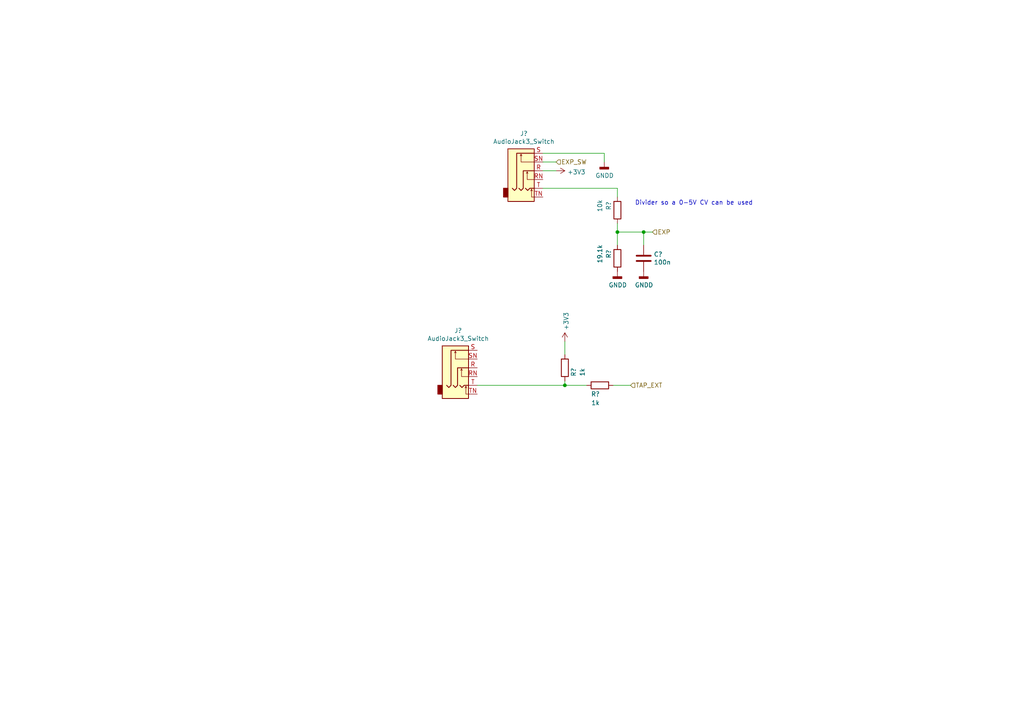
<source format=kicad_sch>
(kicad_sch (version 20231120) (generator "eeschema") (generator_version "8.0")
  (paper "A4")
  (lib_symbols
    (symbol "Device:C" (pin_numbers hide) (pin_names (offset 0.254))
      (property "Reference" "C" (at 0.635 2.54 0))
      (property "Value" "C" (at 0.635 -2.54 0))
      (symbol "C_0_1"
        (polyline (pts (xy -2.032 -0.762) (xy 2.032 -0.762)) (stroke (width 0.508)))
        (polyline (pts (xy -2.032 0.762) (xy 2.032 0.762)) (stroke (width 0.508)))
      )
      (symbol "C_1_1"
        (pin passive line (at 0 3.81 270) (length 2.794) (name "~") (number "1"))
        (pin passive line (at 0 -3.81 90) (length 2.794) (name "~") (number "2"))
      )
    )
    (symbol "Device:R" (pin_numbers hide) (pin_names (offset 0))
      (property "Reference" "R" (at 2.032 0 90))
      (property "Value" "R" (at 0 0 90))
      (symbol "R_0_1"
        (rectangle (start -1.016 -2.54) (end 1.016 2.54) (stroke (width 0.254)))
      )
      (symbol "R_1_1"
        (pin passive line (at 0 3.81 270) (length 1.27) (name "~") (number "1"))
        (pin passive line (at 0 -3.81 90) (length 1.27) (name "~") (number "2"))
      )
    )
    (symbol "Digital Board Rev 2-rescue:+3.3V-power" (power) (pin_names (offset 0))
      (property "Value" "power_+3.3V" (at 0 3.556 0))
      (symbol "+3.3V-power_0_1"
        (polyline (pts (xy -0.762 1.27) (xy 0 2.54)))
        (polyline (pts (xy 0 0) (xy 0 2.54)))
        (polyline (pts (xy 0 2.54) (xy 0.762 1.27)))
      )
      (symbol "+3.3V-power_1_1"
        (pin power_in line (at 0 0 90) (length 0) hide (name "+3V3") (number "1"))
      )
    )
    (symbol "Digital Board Rev 2-rescue:AudioJack3_Switch-Connector"
      (property "Reference" "J" (at 0 11.43 0))
      (property "Value" "Connector_AudioJack3_Switch" (at 0 8.89 0))
      (symbol "AudioJack3_Switch-Connector_0_1"
        (rectangle (start -5.08 -5.08) (end -6.35 -7.62) (stroke (width 0.254)) (fill (type outline)))
        (polyline (pts (xy -1.27 4.826) (xy -1.016 4.318)))
        (polyline (pts (xy 0.508 -0.254) (xy 0.762 -0.762)))
        (polyline (pts (xy 1.778 -5.334) (xy 2.032 -5.842)))
        (polyline (pts (xy 0 -5.08) (xy 0.635 -5.715) (xy 1.27 -5.08) (xy 2.54 -5.08)) (stroke (width 0.254)))
        (polyline (pts (xy 2.54 -7.62) (xy 1.778 -7.62) (xy 1.778 -5.334) (xy 1.524 -5.842)))
        (polyline (pts (xy 2.54 -2.54) (xy 0.508 -2.54) (xy 0.508 -0.254) (xy 0.254 -0.762)))
        (polyline (pts (xy 2.54 2.54) (xy -1.27 2.54) (xy -1.27 4.826) (xy -1.524 4.318)))
        (polyline (pts (xy -1.905 -5.08) (xy -1.27 -5.715) (xy -0.635 -5.08) (xy -0.635 0) (xy 2.54 0)) (stroke (width 0.254)))
        (polyline (pts (xy 2.54 5.08) (xy -2.54 5.08) (xy -2.54 -5.08) (xy -3.175 -5.715) (xy -3.81 -5.08)) (stroke (width 0.254)))
        (rectangle (start 2.54 6.35) (end -5.08 -8.89) (stroke (width 0.254)) (fill (type background)))
      )
      (symbol "AudioJack3_Switch-Connector_1_1"
        (pin passive line (at 5.08 0 180) (length 2.54) (name "~") (number "R"))
        (pin passive line (at 5.08 -2.54 180) (length 2.54) (name "~") (number "RN"))
        (pin passive line (at 5.08 5.08 180) (length 2.54) (name "~") (number "S"))
        (pin passive line (at 5.08 2.54 180) (length 2.54) (name "~") (number "SN"))
        (pin passive line (at 5.08 -5.08 180) (length 2.54) (name "~") (number "T"))
        (pin passive line (at 5.08 -7.62 180) (length 2.54) (name "~") (number "TN"))
      )
    )
    (symbol "Digital Board Rev 2-rescue:GNDD-power" (power) (pin_names (offset 0))
      (property "Value" "power_GNDD" (at 0 -3.175 0))
      (symbol "GNDD-power_0_1"
        (rectangle (start -1.27 -1.524) (end 1.27 -2.032) (stroke (width 0.254)) (fill (type outline)))
        (polyline (pts (xy 0 0) (xy 0 -1.524)))
      )
      (symbol "GNDD-power_1_1"
        (pin power_in line (at 0 0 270) (length 0) hide (name "GNDD") (number "1"))
      )
    )
  )
  (junction (at 186.69 67.31))
  (junction (at 163.83 111.76))
  (junction (at 179.07 67.31))
  (wire (pts (xy 186.69 67.31) (xy 179.07 67.31)))
  (wire (pts (xy 189.23 67.31) (xy 186.69 67.31)))
  (wire (pts (xy 175.26 46.99) (xy 175.26 44.45)))
  (wire (pts (xy 157.48 54.61) (xy 179.07 54.61)))
  (wire (pts (xy 186.69 71.12) (xy 186.69 67.31)))
  (wire (pts (xy 163.83 99.06) (xy 163.83 102.87)))
  (wire (pts (xy 177.8 111.76) (xy 182.88 111.76)))
  (wire (pts (xy 163.83 110.49) (xy 163.83 111.76)))
  (wire (pts (xy 179.07 71.12) (xy 179.07 67.31)))
  (wire (pts (xy 163.83 111.76) (xy 138.43 111.76)))
  (wire (pts (xy 157.48 49.53) (xy 161.29 49.53)))
  (wire (pts (xy 157.48 46.99) (xy 161.29 46.99)))
  (wire (pts (xy 170.18 111.76) (xy 163.83 111.76)))
  (wire (pts (xy 179.07 67.31) (xy 179.07 64.77)))
  (wire (pts (xy 157.48 44.45) (xy 175.26 44.45)))
  (wire (pts (xy 179.07 54.61) (xy 179.07 57.15)))
  (text "Divider so a 0-5V CV can be used" (at 184.15 59.69 0) (effects (font (size 1.27 1.27)) (justify left bottom)))
  (hierarchical_label "EXP" (shape input) (at 189.23 67.31 0))
  (hierarchical_label "EXP_SW" (shape input) (at 161.29 46.99 0))
  (hierarchical_label "TAP_EXT" (shape input) (at 182.88 111.76 0))
  (symbol (lib_id "Digital Board Rev 2-rescue:AudioJack3_Switch-Connector") (at 152.4 49.53 0) (unit 1)
    (property "Reference" "J?" (at 151.9428 38.735 0))
    (property "Value" "AudioJack3_Switch" (at 151.9428 41.0464 0))
    (property "Footprint" "Pinebox:Jack_0.25in_TRS_Switched" (effects (hide yes)))
    (instances (project "" (path "" (reference "J?") (unit 1)) (path "" (reference "J?") (unit 1)) (path "" (reference "J9") (unit 1))))
  )
  (symbol (lib_id "Digital Board Rev 2-rescue:AudioJack3_Switch-Connector") (at 133.35 106.68 0) (unit 1)
    (property "Reference" "J?" (at 132.8928 95.885 0))
    (property "Value" "AudioJack3_Switch" (at 132.8928 98.1964 0))
    (property "Footprint" "Pinebox:Jack_0.25in_TRS_Switched" (effects (hide yes)))
    (instances (project "" (path "" (reference "J?") (unit 1)) (path "" (reference "J?") (unit 1)) (path "" (reference "J10") (unit 1))))
  )
  (symbol (lib_id "Digital Board Rev 2-rescue:+3.3V-power") (at 161.29 49.53 270) (unit 1)
    (property "Reference" "#PWR?" (effects (hide yes)))
    (property "Value" "+3V3" (at 164.5412 49.911 90) (effects (justify left)))
    (instances (project "" (path "" (reference "#PWR?") (unit 1)) (path "" (reference "#PWR?") (unit 1)) (path "" (reference "#PWR0192") (unit 1))))
  )
  (symbol (lib_id "Digital Board Rev 2-rescue:GNDD-power") (at 175.26 46.99 0) (unit 1)
    (property "Reference" "#PWR?" (effects (hide yes)))
    (property "Value" "GNDD" (at 175.3616 50.927 0))
    (instances (project "" (path "" (reference "#PWR?") (unit 1)) (path "" (reference "#PWR?") (unit 1)) (path "" (reference "#PWR0193") (unit 1))))
  )
  (symbol (lib_id "Device:R") (at 179.07 60.96 0) (unit 1)
    (property "Reference" "R8" (at 176.53 59.69 90))
    (property "Value" "10k" (at 173.99 59.69 90))
    (property "Footprint" "Resistor_SMD:R_0805_2012Metric_Pad1.20x1.40mm_HandSolder" (effects (hide yes)))
    (instances (project "" (path "" (reference "R?") (unit 1)) (path "" (reference "R8") (unit 1))))
  )
  (symbol (lib_id "Device:R") (at 179.07 74.93 0) (unit 1)
    (property "Reference" "R9" (at 176.53 73.66 90))
    (property "Value" "19.1k" (at 173.99 73.66 90))
    (property "Footprint" "Resistor_SMD:R_0805_2012Metric_Pad1.20x1.40mm_HandSolder" (effects (hide yes)))
    (instances (project "" (path "" (reference "R?") (unit 1)) (path "" (reference "R9") (unit 1))))
  )
  (symbol (lib_id "Device:C") (at 186.69 74.93 0) (unit 1)
    (property "Reference" "C?" (at 189.611 73.7616 0) (effects (justify left)))
    (property "Value" "100n" (at 189.611 76.073 0) (effects (justify left)))
    (property "Footprint" "Capacitor_SMD:C_0805_2012Metric_Pad1.18x1.45mm_HandSolder" (effects (hide yes)))
    (instances (project "" (path "" (reference "C?") (unit 1)) (path "" (reference "C?") (unit 1)) (path "" (reference "C16") (unit 1))))
  )
  (symbol (lib_id "Digital Board Rev 2-rescue:GNDD-power") (at 186.69 78.74 0) (unit 1)
    (property "Reference" "#PWR?" (effects (hide yes)))
    (property "Value" "GNDD" (at 186.7916 82.677 0))
    (instances (project "" (path "" (reference "#PWR?") (unit 1)) (path "" (reference "#PWR?") (unit 1)) (path "" (reference "#PWR0129") (unit 1))))
  )
  (symbol (lib_id "Digital Board Rev 2-rescue:GNDD-power") (at 179.07 78.74 0) (unit 1)
    (property "Reference" "#PWR?" (effects (hide yes)))
    (property "Value" "GNDD" (at 179.1716 82.677 0))
    (instances (project "" (path "" (reference "#PWR?") (unit 1)) (path "" (reference "#PWR?") (unit 1)) (path "" (reference "#PWR0130") (unit 1))))
  )
  (symbol (lib_id "Device:R") (at 163.83 106.68 180) (unit 1)
    (property "Reference" "R6" (at 166.37 107.95 90))
    (property "Value" "1k" (at 168.91 107.95 90))
    (property "Footprint" "Resistor_SMD:R_0805_2012Metric_Pad1.20x1.40mm_HandSolder" (effects (hide yes)))
    (instances (project "" (path "" (reference "R?") (unit 1)) (path "" (reference "R6") (unit 1))))
  )
  (symbol (lib_id "Device:R") (at 173.99 111.76 90) (unit 1)
    (property "Reference" "R7" (at 172.72 114.3 90))
    (property "Value" "1k" (at 172.72 116.84 90))
    (property "Footprint" "Resistor_SMD:R_0805_2012Metric_Pad1.20x1.40mm_HandSolder" (effects (hide yes)))
    (instances (project "" (path "" (reference "R?") (unit 1)) (path "" (reference "R7") (unit 1))))
  )
  (symbol (lib_id "Digital Board Rev 2-rescue:+3.3V-power") (at 163.83 99.06 0) (unit 1)
    (property "Reference" "#PWR?" (effects (hide yes)))
    (property "Value" "+3V3" (at 164.211 95.8088 90) (effects (justify left)))
    (instances (project "" (path "" (reference "#PWR?") (unit 1)) (path "" (reference "#PWR?") (unit 1)) (path "" (reference "#PWR0131") (unit 1))))
  )
)
</source>
